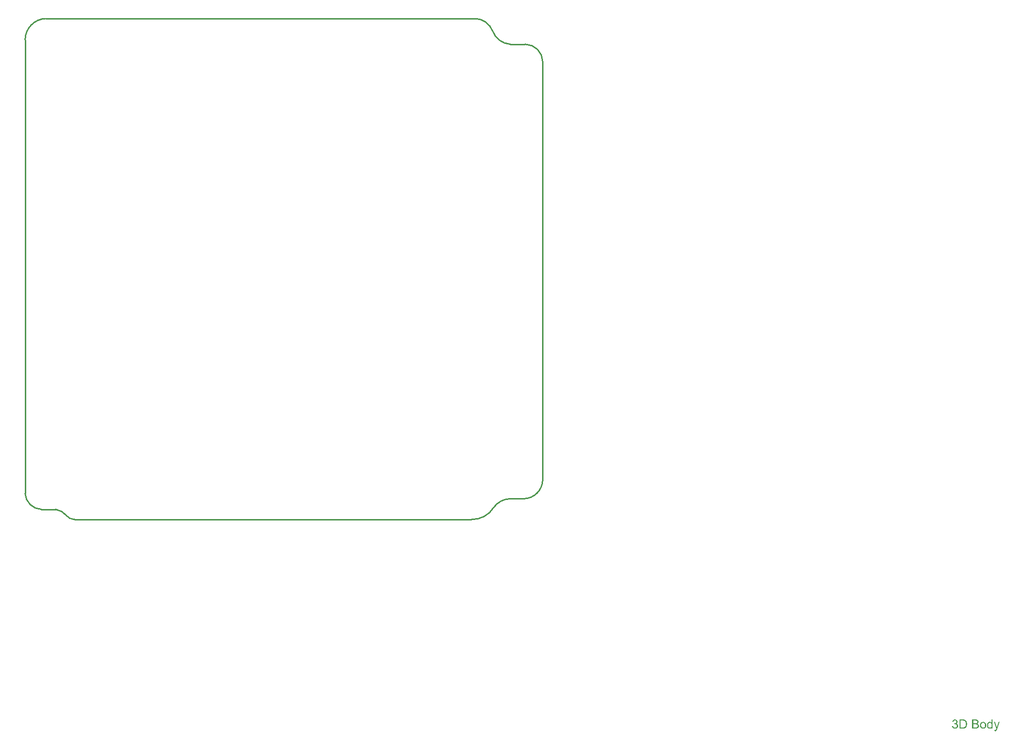
<source format=gm1>
G04*
G04 #@! TF.GenerationSoftware,Altium Limited,Altium Designer,18.1.7 (191)*
G04*
G04 Layer_Color=16711935*
%FSLAX25Y25*%
%MOIN*%
G70*
G01*
G75*
%ADD12C,0.01000*%
G36*
X676916Y-145717D02*
X676196D01*
Y-145143D01*
X676187Y-145152D01*
X676178Y-145170D01*
X676151Y-145207D01*
X676114Y-145253D01*
X676069Y-145298D01*
X676014Y-145353D01*
X675950Y-145416D01*
X675868Y-145480D01*
X675786Y-145544D01*
X675695Y-145608D01*
X675586Y-145662D01*
X675467Y-145708D01*
X675349Y-145754D01*
X675212Y-145790D01*
X675067Y-145808D01*
X674912Y-145817D01*
X674857D01*
X674821Y-145808D01*
X674711Y-145799D01*
X674584Y-145781D01*
X674429Y-145744D01*
X674256Y-145690D01*
X674083Y-145617D01*
X673910Y-145517D01*
X673901D01*
X673891Y-145498D01*
X673837Y-145462D01*
X673755Y-145389D01*
X673655Y-145298D01*
X673536Y-145180D01*
X673418Y-145034D01*
X673299Y-144870D01*
X673199Y-144678D01*
Y-144669D01*
X673190Y-144651D01*
X673181Y-144624D01*
X673163Y-144587D01*
X673144Y-144533D01*
X673117Y-144469D01*
X673099Y-144405D01*
X673081Y-144323D01*
X673035Y-144141D01*
X672990Y-143931D01*
X672962Y-143695D01*
X672953Y-143440D01*
Y-143430D01*
Y-143412D01*
Y-143376D01*
Y-143321D01*
X672962Y-143266D01*
Y-143194D01*
X672980Y-143030D01*
X673008Y-142838D01*
X673053Y-142629D01*
X673108Y-142410D01*
X673181Y-142201D01*
Y-142192D01*
X673190Y-142173D01*
X673208Y-142146D01*
X673226Y-142110D01*
X673281Y-142009D01*
X673354Y-141882D01*
X673445Y-141745D01*
X673563Y-141609D01*
X673700Y-141463D01*
X673864Y-141344D01*
X673873D01*
X673882Y-141335D01*
X673910Y-141317D01*
X673946Y-141299D01*
X674037Y-141253D01*
X674165Y-141189D01*
X674310Y-141135D01*
X674484Y-141089D01*
X674675Y-141053D01*
X674875Y-141044D01*
X674948D01*
X675021Y-141053D01*
X675121Y-141062D01*
X675240Y-141089D01*
X675367Y-141116D01*
X675495Y-141162D01*
X675613Y-141226D01*
X675631Y-141235D01*
X675668Y-141253D01*
X675723Y-141299D01*
X675795Y-141344D01*
X675886Y-141408D01*
X675969Y-141490D01*
X676060Y-141572D01*
X676142Y-141672D01*
Y-139413D01*
X676916D01*
Y-145717D01*
D02*
G37*
G36*
X650706Y-139395D02*
X650825Y-139413D01*
X650971Y-139440D01*
X651135Y-139486D01*
X651299Y-139541D01*
X651463Y-139613D01*
X651472D01*
X651481Y-139622D01*
X651536Y-139650D01*
X651617Y-139705D01*
X651709Y-139768D01*
X651818Y-139859D01*
X651927Y-139960D01*
X652037Y-140078D01*
X652128Y-140215D01*
X652137Y-140233D01*
X652164Y-140278D01*
X652201Y-140360D01*
X652246Y-140461D01*
X652292Y-140579D01*
X652328Y-140716D01*
X652355Y-140871D01*
X652364Y-141025D01*
Y-141044D01*
Y-141098D01*
X652355Y-141171D01*
X652337Y-141271D01*
X652310Y-141390D01*
X652264Y-141517D01*
X652210Y-141645D01*
X652137Y-141772D01*
X652128Y-141791D01*
X652100Y-141827D01*
X652046Y-141891D01*
X651973Y-141964D01*
X651882Y-142046D01*
X651772Y-142137D01*
X651645Y-142219D01*
X651490Y-142301D01*
X651499D01*
X651517Y-142310D01*
X651545Y-142319D01*
X651581Y-142328D01*
X651681Y-142365D01*
X651809Y-142419D01*
X651955Y-142492D01*
X652100Y-142583D01*
X652237Y-142702D01*
X652364Y-142838D01*
X652374Y-142857D01*
X652410Y-142911D01*
X652465Y-143002D01*
X652519Y-143121D01*
X652574Y-143266D01*
X652629Y-143440D01*
X652665Y-143640D01*
X652674Y-143859D01*
Y-143868D01*
Y-143895D01*
Y-143941D01*
X652665Y-143995D01*
X652656Y-144068D01*
X652638Y-144150D01*
X652620Y-144241D01*
X652601Y-144342D01*
X652528Y-144560D01*
X652474Y-144678D01*
X652419Y-144788D01*
X652346Y-144906D01*
X652264Y-145025D01*
X652173Y-145143D01*
X652064Y-145253D01*
X652055Y-145262D01*
X652037Y-145280D01*
X652000Y-145307D01*
X651955Y-145344D01*
X651900Y-145389D01*
X651827Y-145435D01*
X651745Y-145489D01*
X651645Y-145535D01*
X651545Y-145589D01*
X651426Y-145644D01*
X651308Y-145690D01*
X651171Y-145735D01*
X651025Y-145772D01*
X650870Y-145799D01*
X650716Y-145817D01*
X650542Y-145826D01*
X650460D01*
X650406Y-145817D01*
X650333Y-145808D01*
X650251Y-145799D01*
X650160Y-145781D01*
X650060Y-145763D01*
X649841Y-145708D01*
X649613Y-145617D01*
X649495Y-145562D01*
X649385Y-145498D01*
X649276Y-145416D01*
X649167Y-145334D01*
X649158Y-145325D01*
X649139Y-145307D01*
X649112Y-145280D01*
X649085Y-145243D01*
X649039Y-145198D01*
X648994Y-145134D01*
X648939Y-145070D01*
X648884Y-144988D01*
X648830Y-144897D01*
X648775Y-144806D01*
X648675Y-144587D01*
X648593Y-144332D01*
X648566Y-144196D01*
X648547Y-144050D01*
X649322Y-143950D01*
Y-143959D01*
X649331Y-143977D01*
X649340Y-144014D01*
X649349Y-144059D01*
X649358Y-144114D01*
X649376Y-144177D01*
X649422Y-144314D01*
X649486Y-144478D01*
X649568Y-144633D01*
X649659Y-144779D01*
X649768Y-144906D01*
X649786Y-144915D01*
X649823Y-144952D01*
X649896Y-144997D01*
X649987Y-145043D01*
X650096Y-145098D01*
X650233Y-145143D01*
X650388Y-145180D01*
X650552Y-145189D01*
X650606D01*
X650643Y-145180D01*
X650743Y-145170D01*
X650870Y-145143D01*
X651016Y-145098D01*
X651171Y-145034D01*
X651326Y-144943D01*
X651472Y-144815D01*
X651490Y-144797D01*
X651536Y-144742D01*
X651590Y-144660D01*
X651663Y-144551D01*
X651736Y-144414D01*
X651791Y-144260D01*
X651836Y-144077D01*
X651854Y-143877D01*
Y-143868D01*
Y-143850D01*
Y-143822D01*
X651845Y-143786D01*
X651836Y-143685D01*
X651809Y-143567D01*
X651772Y-143421D01*
X651709Y-143276D01*
X651617Y-143130D01*
X651499Y-142993D01*
X651481Y-142975D01*
X651435Y-142938D01*
X651362Y-142884D01*
X651262Y-142820D01*
X651135Y-142756D01*
X650980Y-142702D01*
X650807Y-142665D01*
X650615Y-142647D01*
X650533D01*
X650470Y-142656D01*
X650388Y-142665D01*
X650296Y-142683D01*
X650187Y-142702D01*
X650069Y-142729D01*
X650160Y-142046D01*
X650205D01*
X650242Y-142055D01*
X650360D01*
X650460Y-142037D01*
X650579Y-142018D01*
X650716Y-141991D01*
X650870Y-141946D01*
X651016Y-141882D01*
X651171Y-141800D01*
X651180D01*
X651189Y-141791D01*
X651235Y-141754D01*
X651299Y-141691D01*
X651371Y-141609D01*
X651444Y-141490D01*
X651508Y-141353D01*
X651554Y-141199D01*
X651572Y-141107D01*
Y-141007D01*
Y-140998D01*
Y-140989D01*
Y-140934D01*
X651554Y-140861D01*
X651536Y-140761D01*
X651499Y-140652D01*
X651453Y-140533D01*
X651381Y-140415D01*
X651280Y-140306D01*
X651271Y-140297D01*
X651226Y-140260D01*
X651162Y-140215D01*
X651080Y-140160D01*
X650971Y-140114D01*
X650843Y-140069D01*
X650697Y-140032D01*
X650533Y-140023D01*
X650460D01*
X650379Y-140042D01*
X650269Y-140060D01*
X650151Y-140096D01*
X650032Y-140142D01*
X649905Y-140215D01*
X649786Y-140306D01*
X649777Y-140315D01*
X649741Y-140360D01*
X649686Y-140424D01*
X649622Y-140515D01*
X649559Y-140634D01*
X649495Y-140779D01*
X649440Y-140953D01*
X649404Y-141153D01*
X648629Y-141016D01*
Y-141007D01*
X648638Y-140980D01*
X648648Y-140943D01*
X648657Y-140889D01*
X648675Y-140825D01*
X648702Y-140752D01*
X648757Y-140579D01*
X648848Y-140379D01*
X648957Y-140178D01*
X649094Y-139987D01*
X649267Y-139814D01*
X649276Y-139805D01*
X649294Y-139796D01*
X649322Y-139777D01*
X649358Y-139750D01*
X649404Y-139714D01*
X649468Y-139677D01*
X649531Y-139641D01*
X649613Y-139595D01*
X649795Y-139522D01*
X650005Y-139449D01*
X650251Y-139404D01*
X650379Y-139386D01*
X650606D01*
X650706Y-139395D01*
D02*
G37*
G36*
X680150Y-145790D02*
Y-145799D01*
X680141Y-145826D01*
X680123Y-145863D01*
X680104Y-145908D01*
X680077Y-145972D01*
X680050Y-146045D01*
X679986Y-146200D01*
X679922Y-146373D01*
X679849Y-146546D01*
X679776Y-146701D01*
X679740Y-146765D01*
X679713Y-146828D01*
X679704Y-146847D01*
X679676Y-146892D01*
X679631Y-146956D01*
X679576Y-147038D01*
X679503Y-147129D01*
X679421Y-147220D01*
X679339Y-147311D01*
X679239Y-147384D01*
X679230Y-147393D01*
X679193Y-147412D01*
X679139Y-147439D01*
X679057Y-147475D01*
X678966Y-147512D01*
X678856Y-147539D01*
X678738Y-147557D01*
X678601Y-147566D01*
X678565D01*
X678519Y-147557D01*
X678455D01*
X678383Y-147539D01*
X678301Y-147521D01*
X678210Y-147503D01*
X678109Y-147466D01*
X678027Y-146747D01*
X678036D01*
X678073Y-146756D01*
X678119Y-146765D01*
X678173Y-146783D01*
X678319Y-146810D01*
X678465Y-146819D01*
X678510D01*
X678556Y-146810D01*
X678610D01*
X678747Y-146783D01*
X678811Y-146756D01*
X678875Y-146728D01*
X678884D01*
X678902Y-146710D01*
X678929Y-146692D01*
X678966Y-146665D01*
X679048Y-146592D01*
X679121Y-146491D01*
Y-146482D01*
X679139Y-146464D01*
X679157Y-146428D01*
X679175Y-146373D01*
X679212Y-146300D01*
X679248Y-146191D01*
X679303Y-146063D01*
X679357Y-145908D01*
Y-145899D01*
X679376Y-145863D01*
X679394Y-145799D01*
X679430Y-145717D01*
X677699Y-141144D01*
X678519D01*
X679476Y-143795D01*
Y-143804D01*
X679485Y-143813D01*
X679494Y-143840D01*
X679503Y-143886D01*
X679521Y-143931D01*
X679540Y-143986D01*
X679585Y-144114D01*
X679640Y-144269D01*
X679695Y-144451D01*
X679749Y-144642D01*
X679804Y-144852D01*
Y-144843D01*
X679813Y-144824D01*
X679822Y-144797D01*
X679831Y-144761D01*
X679840Y-144715D01*
X679858Y-144660D01*
X679895Y-144524D01*
X679940Y-144369D01*
X680004Y-144187D01*
X680059Y-144004D01*
X680132Y-143813D01*
X681116Y-141144D01*
X681890D01*
X680150Y-145790D01*
D02*
G37*
G36*
X665073Y-139422D02*
X665146D01*
X665310Y-139440D01*
X665492Y-139459D01*
X665683Y-139495D01*
X665875Y-139541D01*
X666048Y-139604D01*
X666057D01*
X666066Y-139613D01*
X666121Y-139641D01*
X666203Y-139686D01*
X666294Y-139750D01*
X666403Y-139832D01*
X666521Y-139932D01*
X666631Y-140060D01*
X666731Y-140196D01*
X666740Y-140215D01*
X666767Y-140269D01*
X666813Y-140342D01*
X666858Y-140452D01*
X666904Y-140579D01*
X666950Y-140716D01*
X666977Y-140871D01*
X666986Y-141025D01*
Y-141044D01*
Y-141089D01*
X666977Y-141171D01*
X666959Y-141271D01*
X666931Y-141390D01*
X666886Y-141517D01*
X666831Y-141645D01*
X666758Y-141782D01*
X666749Y-141800D01*
X666722Y-141836D01*
X666667Y-141909D01*
X666594Y-141982D01*
X666503Y-142073D01*
X666394Y-142173D01*
X666257Y-142264D01*
X666102Y-142356D01*
X666112D01*
X666130Y-142365D01*
X666157Y-142374D01*
X666193Y-142392D01*
X666303Y-142428D01*
X666430Y-142492D01*
X666567Y-142574D01*
X666722Y-142674D01*
X666858Y-142793D01*
X666986Y-142938D01*
X666995Y-142957D01*
X667032Y-143011D01*
X667086Y-143093D01*
X667141Y-143203D01*
X667196Y-143349D01*
X667250Y-143503D01*
X667287Y-143685D01*
X667296Y-143886D01*
Y-143895D01*
Y-143904D01*
Y-143959D01*
X667287Y-144050D01*
X667268Y-144159D01*
X667250Y-144287D01*
X667214Y-144423D01*
X667168Y-144569D01*
X667104Y-144715D01*
X667095Y-144733D01*
X667068Y-144779D01*
X667032Y-144843D01*
X666977Y-144934D01*
X666904Y-145025D01*
X666831Y-145125D01*
X666740Y-145225D01*
X666640Y-145307D01*
X666631Y-145316D01*
X666594Y-145344D01*
X666531Y-145380D01*
X666448Y-145416D01*
X666348Y-145471D01*
X666230Y-145526D01*
X666102Y-145571D01*
X665947Y-145617D01*
X665929D01*
X665875Y-145635D01*
X665784Y-145644D01*
X665665Y-145662D01*
X665519Y-145681D01*
X665346Y-145699D01*
X665155Y-145708D01*
X664936Y-145717D01*
X662531D01*
Y-139413D01*
X665009D01*
X665073Y-139422D01*
D02*
G37*
G36*
X656346D02*
X656528Y-139431D01*
X656710Y-139449D01*
X656892Y-139477D01*
X657047Y-139504D01*
X657056D01*
X657074Y-139513D01*
X657102D01*
X657138Y-139531D01*
X657238Y-139559D01*
X657366Y-139604D01*
X657512Y-139668D01*
X657666Y-139750D01*
X657821Y-139841D01*
X657967Y-139960D01*
X657976Y-139969D01*
X657985Y-139978D01*
X658013Y-140005D01*
X658049Y-140032D01*
X658140Y-140123D01*
X658250Y-140251D01*
X658368Y-140406D01*
X658496Y-140588D01*
X658614Y-140798D01*
X658714Y-141034D01*
Y-141044D01*
X658723Y-141062D01*
X658742Y-141098D01*
X658751Y-141153D01*
X658778Y-141217D01*
X658796Y-141290D01*
X658814Y-141372D01*
X658842Y-141472D01*
X658869Y-141572D01*
X658887Y-141691D01*
X658933Y-141946D01*
X658960Y-142228D01*
X658969Y-142538D01*
Y-142547D01*
Y-142565D01*
Y-142611D01*
Y-142656D01*
X658960Y-142720D01*
Y-142793D01*
X658951Y-142966D01*
X658924Y-143166D01*
X658896Y-143376D01*
X658851Y-143595D01*
X658796Y-143813D01*
Y-143822D01*
X658787Y-143840D01*
X658778Y-143868D01*
X658769Y-143904D01*
X658732Y-144004D01*
X658678Y-144132D01*
X658623Y-144278D01*
X658550Y-144423D01*
X658459Y-144578D01*
X658368Y-144724D01*
X658359Y-144742D01*
X658322Y-144788D01*
X658268Y-144852D01*
X658195Y-144934D01*
X658113Y-145025D01*
X658013Y-145116D01*
X657912Y-145216D01*
X657794Y-145298D01*
X657776Y-145307D01*
X657739Y-145334D01*
X657676Y-145371D01*
X657584Y-145416D01*
X657475Y-145471D01*
X657348Y-145517D01*
X657202Y-145571D01*
X657038Y-145617D01*
X657020D01*
X656992Y-145626D01*
X656965Y-145635D01*
X656874Y-145644D01*
X656746Y-145662D01*
X656601Y-145681D01*
X656427Y-145699D01*
X656236Y-145708D01*
X656027Y-145717D01*
X653758D01*
Y-139413D01*
X656182D01*
X656346Y-139422D01*
D02*
G37*
G36*
X670348Y-141053D02*
X670430Y-141062D01*
X670521Y-141080D01*
X670621Y-141098D01*
X670739Y-141116D01*
X670985Y-141199D01*
X671113Y-141244D01*
X671240Y-141308D01*
X671368Y-141372D01*
X671495Y-141463D01*
X671614Y-141554D01*
X671732Y-141663D01*
X671741Y-141672D01*
X671760Y-141691D01*
X671787Y-141727D01*
X671823Y-141772D01*
X671869Y-141836D01*
X671924Y-141918D01*
X671978Y-142009D01*
X672033Y-142110D01*
X672088Y-142219D01*
X672142Y-142356D01*
X672197Y-142492D01*
X672242Y-142647D01*
X672279Y-142811D01*
X672306Y-142984D01*
X672325Y-143166D01*
X672334Y-143367D01*
Y-143376D01*
Y-143403D01*
Y-143449D01*
Y-143512D01*
X672325Y-143585D01*
X672315Y-143676D01*
Y-143767D01*
X672297Y-143868D01*
X672270Y-144096D01*
X672215Y-144323D01*
X672151Y-144551D01*
X672060Y-144761D01*
Y-144770D01*
X672051Y-144779D01*
X672033Y-144806D01*
X672015Y-144843D01*
X671951Y-144934D01*
X671869Y-145043D01*
X671760Y-145170D01*
X671623Y-145298D01*
X671468Y-145426D01*
X671286Y-145544D01*
X671277D01*
X671268Y-145553D01*
X671240Y-145571D01*
X671195Y-145589D01*
X671149Y-145608D01*
X671095Y-145626D01*
X670958Y-145681D01*
X670803Y-145726D01*
X670612Y-145772D01*
X670411Y-145808D01*
X670193Y-145817D01*
X670102D01*
X670029Y-145808D01*
X669947Y-145799D01*
X669856Y-145781D01*
X669746Y-145763D01*
X669637Y-145744D01*
X669391Y-145671D01*
X669254Y-145617D01*
X669127Y-145562D01*
X668999Y-145489D01*
X668872Y-145407D01*
X668753Y-145316D01*
X668635Y-145207D01*
X668626Y-145198D01*
X668608Y-145180D01*
X668580Y-145143D01*
X668544Y-145089D01*
X668498Y-145025D01*
X668453Y-144952D01*
X668398Y-144861D01*
X668343Y-144751D01*
X668289Y-144633D01*
X668234Y-144496D01*
X668189Y-144351D01*
X668143Y-144196D01*
X668107Y-144023D01*
X668079Y-143840D01*
X668061Y-143640D01*
X668052Y-143430D01*
Y-143412D01*
Y-143376D01*
X668061Y-143312D01*
Y-143221D01*
X668070Y-143121D01*
X668088Y-142993D01*
X668107Y-142866D01*
X668143Y-142720D01*
X668179Y-142574D01*
X668225Y-142419D01*
X668280Y-142255D01*
X668353Y-142100D01*
X668425Y-141955D01*
X668526Y-141809D01*
X668626Y-141672D01*
X668753Y-141554D01*
X668762Y-141545D01*
X668781Y-141536D01*
X668817Y-141508D01*
X668863Y-141472D01*
X668917Y-141435D01*
X668990Y-141390D01*
X669063Y-141344D01*
X669154Y-141299D01*
X669254Y-141253D01*
X669364Y-141208D01*
X669610Y-141126D01*
X669892Y-141062D01*
X670038Y-141053D01*
X670193Y-141044D01*
X670284D01*
X670348Y-141053D01*
D02*
G37*
%LPC*%
G36*
X674957Y-141681D02*
X674912D01*
X674875Y-141691D01*
X674775Y-141700D01*
X674657Y-141736D01*
X674520Y-141782D01*
X674374Y-141864D01*
X674228Y-141964D01*
X674156Y-142037D01*
X674092Y-142110D01*
Y-142119D01*
X674074Y-142128D01*
X674064Y-142155D01*
X674037Y-142192D01*
X674010Y-142237D01*
X673982Y-142292D01*
X673955Y-142356D01*
X673919Y-142428D01*
X673882Y-142519D01*
X673855Y-142620D01*
X673828Y-142729D01*
X673800Y-142847D01*
X673782Y-142975D01*
X673764Y-143121D01*
X673746Y-143276D01*
Y-143440D01*
Y-143449D01*
Y-143476D01*
Y-143522D01*
X673755Y-143585D01*
Y-143658D01*
X673764Y-143740D01*
X673791Y-143931D01*
X673837Y-144141D01*
X673901Y-144360D01*
X673992Y-144569D01*
X674046Y-144660D01*
X674110Y-144751D01*
X674119D01*
X674128Y-144770D01*
X674174Y-144815D01*
X674256Y-144888D01*
X674356Y-144961D01*
X674484Y-145043D01*
X674638Y-145116D01*
X674802Y-145161D01*
X674894Y-145170D01*
X674985Y-145180D01*
X675030D01*
X675067Y-145170D01*
X675167Y-145161D01*
X675285Y-145125D01*
X675422Y-145079D01*
X675568Y-145007D01*
X675713Y-144906D01*
X675786Y-144843D01*
X675850Y-144770D01*
Y-144761D01*
X675868Y-144751D01*
X675886Y-144724D01*
X675905Y-144688D01*
X675932Y-144642D01*
X675969Y-144597D01*
X675996Y-144524D01*
X676032Y-144451D01*
X676069Y-144369D01*
X676096Y-144278D01*
X676132Y-144168D01*
X676160Y-144059D01*
X676178Y-143931D01*
X676196Y-143804D01*
X676215Y-143658D01*
Y-143503D01*
Y-143494D01*
Y-143458D01*
Y-143412D01*
X676205Y-143349D01*
Y-143276D01*
X676196Y-143184D01*
X676187Y-143084D01*
X676169Y-142975D01*
X676123Y-142756D01*
X676060Y-142529D01*
X675969Y-142310D01*
X675914Y-142219D01*
X675850Y-142128D01*
Y-142119D01*
X675832Y-142110D01*
X675786Y-142055D01*
X675704Y-141982D01*
X675604Y-141900D01*
X675477Y-141818D01*
X675322Y-141754D01*
X675149Y-141700D01*
X675058Y-141691D01*
X674957Y-141681D01*
D02*
G37*
G36*
X664863Y-140160D02*
X663369D01*
Y-142055D01*
X664918D01*
X665036Y-142046D01*
X665164Y-142037D01*
X665292Y-142027D01*
X665419Y-142009D01*
X665519Y-141991D01*
X665538Y-141982D01*
X665574Y-141973D01*
X665629Y-141946D01*
X665701Y-141909D01*
X665774Y-141873D01*
X665856Y-141818D01*
X665938Y-141745D01*
X666002Y-141672D01*
X666011Y-141663D01*
X666030Y-141636D01*
X666057Y-141581D01*
X666084Y-141517D01*
X666112Y-141445D01*
X666139Y-141353D01*
X666157Y-141244D01*
X666166Y-141126D01*
Y-141107D01*
Y-141071D01*
X666157Y-141016D01*
X666148Y-140943D01*
X666130Y-140852D01*
X666102Y-140761D01*
X666066Y-140670D01*
X666011Y-140579D01*
X666002Y-140570D01*
X665984Y-140543D01*
X665947Y-140497D01*
X665902Y-140452D01*
X665838Y-140397D01*
X665765Y-140342D01*
X665674Y-140287D01*
X665574Y-140251D01*
X665565D01*
X665519Y-140233D01*
X665456Y-140224D01*
X665355Y-140206D01*
X665219Y-140187D01*
X665064Y-140178D01*
X664863Y-140160D01*
D02*
G37*
G36*
X665027Y-142802D02*
X663369D01*
Y-144970D01*
X665164D01*
X665355Y-144961D01*
X665437Y-144952D01*
X665510Y-144943D01*
X665519D01*
X665556Y-144934D01*
X665610Y-144924D01*
X665674Y-144906D01*
X665829Y-144852D01*
X665984Y-144779D01*
X665993Y-144770D01*
X666020Y-144751D01*
X666057Y-144724D01*
X666102Y-144688D01*
X666148Y-144633D01*
X666212Y-144578D01*
X666257Y-144505D01*
X666312Y-144423D01*
X666321Y-144414D01*
X666330Y-144387D01*
X666348Y-144332D01*
X666376Y-144269D01*
X666403Y-144196D01*
X666421Y-144105D01*
X666430Y-143995D01*
X666439Y-143886D01*
Y-143868D01*
Y-143831D01*
X666430Y-143758D01*
X666412Y-143676D01*
X666394Y-143585D01*
X666357Y-143485D01*
X666312Y-143385D01*
X666248Y-143285D01*
X666239Y-143276D01*
X666212Y-143239D01*
X666175Y-143194D01*
X666121Y-143139D01*
X666048Y-143075D01*
X665957Y-143011D01*
X665856Y-142957D01*
X665738Y-142911D01*
X665720Y-142902D01*
X665683Y-142893D01*
X665601Y-142875D01*
X665501Y-142857D01*
X665374Y-142838D01*
X665219Y-142820D01*
X665027Y-142802D01*
D02*
G37*
G36*
X656054Y-140160D02*
X654596D01*
Y-144970D01*
X656090D01*
X656154Y-144961D01*
X656291Y-144952D01*
X656446Y-144943D01*
X656610Y-144924D01*
X656774Y-144897D01*
X656910Y-144861D01*
X656929Y-144852D01*
X656974Y-144843D01*
X657038Y-144815D01*
X657120Y-144779D01*
X657211Y-144724D01*
X657302Y-144669D01*
X657393Y-144606D01*
X657484Y-144533D01*
X657493Y-144515D01*
X657530Y-144478D01*
X657584Y-144414D01*
X657648Y-144323D01*
X657721Y-144205D01*
X657803Y-144068D01*
X657876Y-143913D01*
X657940Y-143740D01*
Y-143731D01*
X657949Y-143713D01*
X657958Y-143685D01*
X657967Y-143649D01*
X657976Y-143604D01*
X657995Y-143540D01*
X658013Y-143476D01*
X658031Y-143403D01*
X658058Y-143221D01*
X658086Y-143011D01*
X658104Y-142774D01*
X658113Y-142519D01*
Y-142510D01*
Y-142474D01*
Y-142428D01*
X658104Y-142356D01*
Y-142273D01*
X658095Y-142182D01*
X658086Y-142073D01*
X658076Y-141964D01*
X658031Y-141718D01*
X657976Y-141463D01*
X657894Y-141226D01*
X657840Y-141107D01*
X657785Y-141007D01*
Y-140998D01*
X657767Y-140980D01*
X657749Y-140953D01*
X657730Y-140916D01*
X657657Y-140825D01*
X657566Y-140716D01*
X657448Y-140597D01*
X657311Y-140479D01*
X657156Y-140379D01*
X656992Y-140297D01*
X656974Y-140287D01*
X656929Y-140278D01*
X656847Y-140251D01*
X656728Y-140224D01*
X656582Y-140206D01*
X656400Y-140178D01*
X656291Y-140169D01*
X656173D01*
X656054Y-140160D01*
D02*
G37*
G36*
X670193Y-141681D02*
X670138D01*
X670092Y-141691D01*
X669992Y-141700D01*
X669856Y-141736D01*
X669701Y-141791D01*
X669537Y-141864D01*
X669382Y-141973D01*
X669300Y-142046D01*
X669227Y-142119D01*
Y-142128D01*
X669209Y-142137D01*
X669191Y-142164D01*
X669163Y-142201D01*
X669136Y-142246D01*
X669109Y-142301D01*
X669072Y-142374D01*
X669036Y-142447D01*
X668999Y-142538D01*
X668963Y-142629D01*
X668936Y-142738D01*
X668908Y-142857D01*
X668881Y-142984D01*
X668863Y-143121D01*
X668854Y-143276D01*
X668845Y-143430D01*
Y-143440D01*
Y-143467D01*
Y-143512D01*
X668854Y-143576D01*
Y-143649D01*
X668863Y-143731D01*
X668890Y-143922D01*
X668936Y-144141D01*
X669008Y-144360D01*
X669100Y-144569D01*
X669163Y-144660D01*
X669227Y-144751D01*
X669236D01*
X669245Y-144770D01*
X669300Y-144815D01*
X669382Y-144888D01*
X669491Y-144961D01*
X669628Y-145043D01*
X669792Y-145116D01*
X669983Y-145161D01*
X670083Y-145170D01*
X670193Y-145180D01*
X670247D01*
X670293Y-145170D01*
X670393Y-145152D01*
X670530Y-145125D01*
X670676Y-145070D01*
X670840Y-144997D01*
X670994Y-144888D01*
X671076Y-144815D01*
X671149Y-144742D01*
X671158Y-144733D01*
X671168Y-144724D01*
X671186Y-144697D01*
X671213Y-144660D01*
X671240Y-144615D01*
X671277Y-144560D01*
X671313Y-144487D01*
X671350Y-144414D01*
X671386Y-144323D01*
X671414Y-144223D01*
X671450Y-144114D01*
X671477Y-143995D01*
X671505Y-143859D01*
X671523Y-143722D01*
X671541Y-143567D01*
Y-143403D01*
Y-143394D01*
Y-143367D01*
Y-143321D01*
X671532Y-143266D01*
Y-143194D01*
X671523Y-143112D01*
X671495Y-142920D01*
X671450Y-142720D01*
X671377Y-142501D01*
X671277Y-142301D01*
X671222Y-142201D01*
X671149Y-142119D01*
Y-142110D01*
X671131Y-142100D01*
X671076Y-142046D01*
X670994Y-141982D01*
X670885Y-141900D01*
X670749Y-141818D01*
X670584Y-141745D01*
X670402Y-141700D01*
X670302Y-141691D01*
X670193Y-141681D01*
D02*
G37*
%LPD*%
D12*
X969Y18503D02*
G03*
X12247Y7419I11796J722D01*
G01*
X30208Y2724D02*
G03*
X22454Y7419I-10086J-7908D01*
G01*
X30208Y2724D02*
G03*
X35418Y400I4950J4095D01*
G01*
X312896Y400D02*
G03*
X328213Y8621I575J17307D01*
G01*
X349172Y14828D02*
G03*
X362560Y28425I-102J13490D01*
G01*
X340364Y14828D02*
G03*
X328213Y8621I-253J-14503D01*
G01*
X362560Y320083D02*
G03*
X350339Y332378I-12330J-35D01*
G01*
X327504Y341810D02*
G03*
X339828Y332400I13326J4677D01*
G01*
X327504Y341692D02*
G03*
X315654Y350354I-12571J-4763D01*
G01*
X15378D02*
G03*
X974Y335477I609J-15002D01*
G01*
X12247Y7419D02*
X22454D01*
X35418Y400D02*
X312896Y400D01*
X340111Y14828D02*
X349172D01*
X362560Y28425D02*
X362560Y320083D01*
X339828Y332400D02*
X350230D01*
X17504Y350354D02*
X315654D01*
X15378D02*
X17504D01*
X969Y18503D02*
Y335352D01*
M02*

</source>
